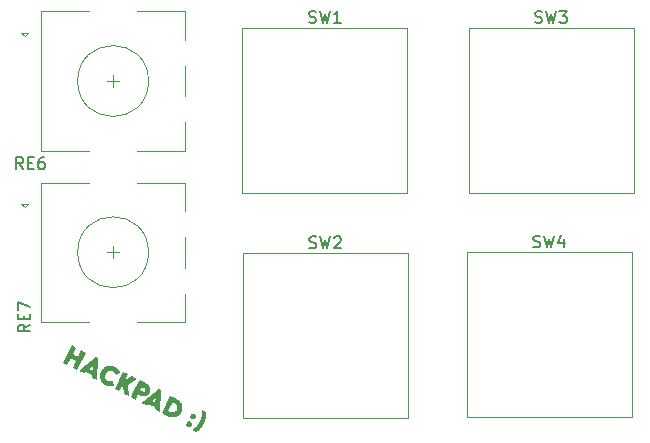
<source format=gbr>
%TF.GenerationSoftware,KiCad,Pcbnew,8.0.6*%
%TF.CreationDate,2024-10-21T22:58:36-05:00*%
%TF.ProjectId,HackPad,4861636b-5061-4642-9e6b-696361645f70,rev?*%
%TF.SameCoordinates,Original*%
%TF.FileFunction,Legend,Top*%
%TF.FilePolarity,Positive*%
%FSLAX46Y46*%
G04 Gerber Fmt 4.6, Leading zero omitted, Abs format (unit mm)*
G04 Created by KiCad (PCBNEW 8.0.6) date 2024-10-21 22:58:36*
%MOMM*%
%LPD*%
G01*
G04 APERTURE LIST*
%ADD10C,0.100000*%
%ADD11C,0.150000*%
%ADD12C,0.120000*%
G04 APERTURE END LIST*
D10*
G36*
X109317356Y-67797708D02*
G01*
X109040589Y-68340893D01*
X108602843Y-68117849D01*
X108879609Y-67574665D01*
X108488542Y-67375407D01*
X107743402Y-68837826D01*
X108134469Y-69037085D01*
X108416558Y-68483454D01*
X108854304Y-68706497D01*
X108572216Y-69260128D01*
X108962303Y-69458887D01*
X109707443Y-67996468D01*
X109317356Y-67797708D01*
G37*
G36*
X110739424Y-68484048D02*
G01*
X110663998Y-70325944D01*
X110235392Y-70107558D01*
X110249937Y-69896633D01*
X109699897Y-69616373D01*
X109536499Y-69751454D01*
X109108871Y-69533567D01*
X109286698Y-69392797D01*
X109968830Y-69392797D01*
X110271434Y-69546981D01*
X110298424Y-69121181D01*
X109968830Y-69392797D01*
X109286698Y-69392797D01*
X110554010Y-68389575D01*
X110739424Y-68484048D01*
G37*
G36*
X111392198Y-70749612D02*
G01*
X111476504Y-70787465D01*
X111561197Y-70815791D01*
X111645865Y-70835105D01*
X111730100Y-70845918D01*
X111813488Y-70848746D01*
X111895620Y-70844100D01*
X111976085Y-70832495D01*
X112054471Y-70814444D01*
X111983372Y-70402810D01*
X111905263Y-70419978D01*
X111827514Y-70428553D01*
X111750881Y-70427343D01*
X111676118Y-70415155D01*
X111603979Y-70390794D01*
X111580646Y-70379763D01*
X111506815Y-70332410D01*
X111443759Y-70272149D01*
X111392994Y-70201363D01*
X111356039Y-70122435D01*
X111334411Y-70037748D01*
X111329629Y-69949685D01*
X111343211Y-69860628D01*
X111376674Y-69772961D01*
X111427258Y-69694856D01*
X111490528Y-69631280D01*
X111563990Y-69582747D01*
X111645153Y-69549770D01*
X111731525Y-69532861D01*
X111820612Y-69532533D01*
X111909922Y-69549300D01*
X111996964Y-69583674D01*
X112065602Y-69628109D01*
X112127718Y-69686805D01*
X112174493Y-69746287D01*
X112214176Y-69812325D01*
X112245706Y-69883110D01*
X112614823Y-69714691D01*
X112581901Y-69633687D01*
X112541798Y-69556449D01*
X112495176Y-69483608D01*
X112442696Y-69415796D01*
X112385020Y-69353643D01*
X112322808Y-69297781D01*
X112256723Y-69248840D01*
X112187426Y-69207451D01*
X112100756Y-69168172D01*
X112013094Y-69137865D01*
X111924974Y-69116373D01*
X111836933Y-69103540D01*
X111749506Y-69099208D01*
X111663228Y-69103222D01*
X111578637Y-69115426D01*
X111496267Y-69135661D01*
X111416654Y-69163773D01*
X111340333Y-69199604D01*
X111267841Y-69242998D01*
X111199713Y-69293799D01*
X111136484Y-69351850D01*
X111078691Y-69416994D01*
X111026870Y-69489075D01*
X110981555Y-69567937D01*
X110942542Y-69655539D01*
X110914107Y-69743582D01*
X110895829Y-69831578D01*
X110887291Y-69919041D01*
X110888074Y-70005483D01*
X110897760Y-70090417D01*
X110915930Y-70173356D01*
X110942165Y-70253812D01*
X110976048Y-70331298D01*
X111017160Y-70405327D01*
X111065082Y-70475412D01*
X111119395Y-70541064D01*
X111179682Y-70601798D01*
X111245524Y-70657125D01*
X111316502Y-70706559D01*
X111392198Y-70749612D01*
G37*
G36*
X113367842Y-71703621D02*
G01*
X113242610Y-70696154D01*
X114057162Y-70212760D01*
X113607664Y-69983729D01*
X112987958Y-70355056D01*
X113265889Y-69809586D01*
X112875801Y-69610827D01*
X112130661Y-71073246D01*
X112520749Y-71272006D01*
X112804002Y-70716090D01*
X112893535Y-71461950D01*
X113367842Y-71703621D01*
G37*
G36*
X114809917Y-70596308D02*
G01*
X114864796Y-70627589D01*
X114939423Y-70682540D01*
X115004320Y-70745904D01*
X115058923Y-70816313D01*
X115102667Y-70892394D01*
X115134989Y-70972778D01*
X115155324Y-71056092D01*
X115163110Y-71140967D01*
X115157781Y-71226032D01*
X115138774Y-71309916D01*
X115105526Y-71391247D01*
X115076274Y-71441602D01*
X115023348Y-71509483D01*
X114960827Y-71567729D01*
X114890129Y-71615830D01*
X114812673Y-71653275D01*
X114729878Y-71679553D01*
X114643164Y-71694152D01*
X114553949Y-71696562D01*
X114463653Y-71686273D01*
X114373694Y-71662773D01*
X114285491Y-71625551D01*
X114119990Y-71541224D01*
X113899275Y-71974400D01*
X113508208Y-71775142D01*
X113811352Y-71180189D01*
X114303946Y-71180189D01*
X114468948Y-71265495D01*
X114527805Y-71287285D01*
X114603024Y-71290141D01*
X114675797Y-71260816D01*
X114727171Y-71200933D01*
X114743183Y-71150756D01*
X114735329Y-71074660D01*
X114691927Y-71005577D01*
X114625960Y-70957342D01*
X114460459Y-70873015D01*
X114303946Y-71180189D01*
X113811352Y-71180189D01*
X114253348Y-70312722D01*
X114809917Y-70596308D01*
G37*
G36*
X116034166Y-71181854D02*
G01*
X115958741Y-73023750D01*
X115530134Y-72805364D01*
X115544679Y-72594439D01*
X114994640Y-72314180D01*
X114831241Y-72449260D01*
X114403614Y-72231374D01*
X114581442Y-72090603D01*
X115263573Y-72090603D01*
X115566176Y-72244787D01*
X115593167Y-71818987D01*
X115263573Y-72090603D01*
X114581442Y-72090603D01*
X115848752Y-71087381D01*
X116034166Y-71181854D01*
G37*
G36*
X117336607Y-71870563D02*
G01*
X117426650Y-71920107D01*
X117508688Y-71973703D01*
X117582633Y-72031119D01*
X117648394Y-72092125D01*
X117705884Y-72156488D01*
X117755015Y-72223978D01*
X117795696Y-72294364D01*
X117827840Y-72367413D01*
X117851358Y-72442894D01*
X117866160Y-72520577D01*
X117872160Y-72600230D01*
X117869266Y-72681621D01*
X117857392Y-72764520D01*
X117836447Y-72848694D01*
X117806344Y-72933913D01*
X117766994Y-73019946D01*
X117720857Y-73101692D01*
X117669924Y-73175514D01*
X117614433Y-73241352D01*
X117554622Y-73299146D01*
X117490726Y-73348835D01*
X117422983Y-73390361D01*
X117351631Y-73423663D01*
X117276906Y-73448681D01*
X117199046Y-73465356D01*
X117118287Y-73473627D01*
X117034867Y-73473435D01*
X116949022Y-73464719D01*
X116860991Y-73447421D01*
X116771009Y-73421480D01*
X116679315Y-73386835D01*
X116586145Y-73343429D01*
X116105309Y-73098430D01*
X116194024Y-72924316D01*
X116673872Y-72924316D01*
X116767232Y-72971886D01*
X116767065Y-72972212D01*
X116791456Y-72984129D01*
X116863409Y-73013213D01*
X116955923Y-73036574D01*
X117043624Y-73042525D01*
X117125525Y-73031297D01*
X117200643Y-73003121D01*
X117267993Y-72958227D01*
X117326589Y-72896846D01*
X117375447Y-72819209D01*
X117395112Y-72775995D01*
X117420096Y-72690636D01*
X117426257Y-72607478D01*
X117413966Y-72527451D01*
X117383591Y-72451484D01*
X117335502Y-72380509D01*
X117270068Y-72315455D01*
X117209832Y-72271110D01*
X117140203Y-72231012D01*
X117050434Y-72185272D01*
X116673872Y-72924316D01*
X116194024Y-72924316D01*
X116855272Y-71626544D01*
X117336607Y-71870563D01*
G37*
G36*
X118674019Y-73607508D02*
G01*
X118746287Y-73631976D01*
X118819902Y-73635046D01*
X118900936Y-73613495D01*
X118969323Y-73567047D01*
X119011964Y-73509143D01*
X119035425Y-73428315D01*
X119028847Y-73345555D01*
X118995004Y-73268448D01*
X118946396Y-73212604D01*
X118893403Y-73176943D01*
X118820931Y-73152273D01*
X118747338Y-73149052D01*
X118666403Y-73170642D01*
X118597960Y-73217537D01*
X118554958Y-73276287D01*
X118531286Y-73357350D01*
X118537860Y-73439776D01*
X118571875Y-73516351D01*
X118620744Y-73571860D01*
X118674019Y-73607508D01*
G37*
G36*
X118339870Y-74263312D02*
G01*
X118412126Y-74287804D01*
X118485727Y-74290902D01*
X118566786Y-74269303D01*
X118635291Y-74222622D01*
X118678148Y-74164294D01*
X118701299Y-74083802D01*
X118694508Y-74000952D01*
X118660637Y-73923605D01*
X118612222Y-73867649D01*
X118559586Y-73832094D01*
X118487315Y-73807632D01*
X118413677Y-73804607D01*
X118332564Y-73826311D01*
X118264014Y-73873080D01*
X118221142Y-73931438D01*
X118197629Y-74012189D01*
X118204116Y-74094786D01*
X118237933Y-74171748D01*
X118286648Y-74227561D01*
X118339870Y-74263312D01*
G37*
G36*
X118997163Y-74703481D02*
G01*
X119083450Y-74656782D01*
X119165304Y-74603139D01*
X119242655Y-74543470D01*
X119315434Y-74478695D01*
X119383571Y-74409730D01*
X119446997Y-74337495D01*
X119505643Y-74262906D01*
X119559439Y-74186883D01*
X119608317Y-74110342D01*
X119652206Y-74034203D01*
X119678660Y-73984120D01*
X119715812Y-73907090D01*
X119750830Y-73825483D01*
X119783007Y-73739871D01*
X119811640Y-73650829D01*
X119836023Y-73558930D01*
X119855451Y-73464749D01*
X119869219Y-73368858D01*
X119876622Y-73271832D01*
X119876954Y-73174246D01*
X119869512Y-73076671D01*
X119859883Y-73011912D01*
X119548466Y-72853237D01*
X119550283Y-72941306D01*
X119545346Y-73033855D01*
X119534376Y-73129417D01*
X119518095Y-73226523D01*
X119497224Y-73323705D01*
X119472485Y-73419496D01*
X119444599Y-73512427D01*
X119414289Y-73601031D01*
X119382274Y-73683839D01*
X119349278Y-73759384D01*
X119327092Y-73804987D01*
X119289919Y-73873250D01*
X119245722Y-73945960D01*
X119195278Y-74021650D01*
X119139368Y-74098856D01*
X119078770Y-74176114D01*
X119014264Y-74251957D01*
X118946627Y-74324920D01*
X118876640Y-74393539D01*
X118805081Y-74456348D01*
X118732730Y-74511883D01*
X118684440Y-74544141D01*
X118997163Y-74703481D01*
G37*
D11*
X147586667Y-59033200D02*
X147729524Y-59080819D01*
X147729524Y-59080819D02*
X147967619Y-59080819D01*
X147967619Y-59080819D02*
X148062857Y-59033200D01*
X148062857Y-59033200D02*
X148110476Y-58985580D01*
X148110476Y-58985580D02*
X148158095Y-58890342D01*
X148158095Y-58890342D02*
X148158095Y-58795104D01*
X148158095Y-58795104D02*
X148110476Y-58699866D01*
X148110476Y-58699866D02*
X148062857Y-58652247D01*
X148062857Y-58652247D02*
X147967619Y-58604628D01*
X147967619Y-58604628D02*
X147777143Y-58557009D01*
X147777143Y-58557009D02*
X147681905Y-58509390D01*
X147681905Y-58509390D02*
X147634286Y-58461771D01*
X147634286Y-58461771D02*
X147586667Y-58366533D01*
X147586667Y-58366533D02*
X147586667Y-58271295D01*
X147586667Y-58271295D02*
X147634286Y-58176057D01*
X147634286Y-58176057D02*
X147681905Y-58128438D01*
X147681905Y-58128438D02*
X147777143Y-58080819D01*
X147777143Y-58080819D02*
X148015238Y-58080819D01*
X148015238Y-58080819D02*
X148158095Y-58128438D01*
X148491429Y-58080819D02*
X148729524Y-59080819D01*
X148729524Y-59080819D02*
X148920000Y-58366533D01*
X148920000Y-58366533D02*
X149110476Y-59080819D01*
X149110476Y-59080819D02*
X149348572Y-58080819D01*
X150158095Y-58414152D02*
X150158095Y-59080819D01*
X149920000Y-58033200D02*
X149681905Y-58747485D01*
X149681905Y-58747485D02*
X150300952Y-58747485D01*
X104954819Y-65619047D02*
X104478628Y-65952380D01*
X104954819Y-66190475D02*
X103954819Y-66190475D01*
X103954819Y-66190475D02*
X103954819Y-65809523D01*
X103954819Y-65809523D02*
X104002438Y-65714285D01*
X104002438Y-65714285D02*
X104050057Y-65666666D01*
X104050057Y-65666666D02*
X104145295Y-65619047D01*
X104145295Y-65619047D02*
X104288152Y-65619047D01*
X104288152Y-65619047D02*
X104383390Y-65666666D01*
X104383390Y-65666666D02*
X104431009Y-65714285D01*
X104431009Y-65714285D02*
X104478628Y-65809523D01*
X104478628Y-65809523D02*
X104478628Y-66190475D01*
X104431009Y-65190475D02*
X104431009Y-64857142D01*
X104954819Y-64714285D02*
X104954819Y-65190475D01*
X104954819Y-65190475D02*
X103954819Y-65190475D01*
X103954819Y-65190475D02*
X103954819Y-64714285D01*
X103954819Y-64380951D02*
X103954819Y-63714285D01*
X103954819Y-63714285D02*
X104954819Y-64142856D01*
X104380952Y-52454819D02*
X104047619Y-51978628D01*
X103809524Y-52454819D02*
X103809524Y-51454819D01*
X103809524Y-51454819D02*
X104190476Y-51454819D01*
X104190476Y-51454819D02*
X104285714Y-51502438D01*
X104285714Y-51502438D02*
X104333333Y-51550057D01*
X104333333Y-51550057D02*
X104380952Y-51645295D01*
X104380952Y-51645295D02*
X104380952Y-51788152D01*
X104380952Y-51788152D02*
X104333333Y-51883390D01*
X104333333Y-51883390D02*
X104285714Y-51931009D01*
X104285714Y-51931009D02*
X104190476Y-51978628D01*
X104190476Y-51978628D02*
X103809524Y-51978628D01*
X104809524Y-51931009D02*
X105142857Y-51931009D01*
X105285714Y-52454819D02*
X104809524Y-52454819D01*
X104809524Y-52454819D02*
X104809524Y-51454819D01*
X104809524Y-51454819D02*
X105285714Y-51454819D01*
X106142857Y-51454819D02*
X105952381Y-51454819D01*
X105952381Y-51454819D02*
X105857143Y-51502438D01*
X105857143Y-51502438D02*
X105809524Y-51550057D01*
X105809524Y-51550057D02*
X105714286Y-51692914D01*
X105714286Y-51692914D02*
X105666667Y-51883390D01*
X105666667Y-51883390D02*
X105666667Y-52264342D01*
X105666667Y-52264342D02*
X105714286Y-52359580D01*
X105714286Y-52359580D02*
X105761905Y-52407200D01*
X105761905Y-52407200D02*
X105857143Y-52454819D01*
X105857143Y-52454819D02*
X106047619Y-52454819D01*
X106047619Y-52454819D02*
X106142857Y-52407200D01*
X106142857Y-52407200D02*
X106190476Y-52359580D01*
X106190476Y-52359580D02*
X106238095Y-52264342D01*
X106238095Y-52264342D02*
X106238095Y-52026247D01*
X106238095Y-52026247D02*
X106190476Y-51931009D01*
X106190476Y-51931009D02*
X106142857Y-51883390D01*
X106142857Y-51883390D02*
X106047619Y-51835771D01*
X106047619Y-51835771D02*
X105857143Y-51835771D01*
X105857143Y-51835771D02*
X105761905Y-51883390D01*
X105761905Y-51883390D02*
X105714286Y-51931009D01*
X105714286Y-51931009D02*
X105666667Y-52026247D01*
X128626667Y-59113200D02*
X128769524Y-59160819D01*
X128769524Y-59160819D02*
X129007619Y-59160819D01*
X129007619Y-59160819D02*
X129102857Y-59113200D01*
X129102857Y-59113200D02*
X129150476Y-59065580D01*
X129150476Y-59065580D02*
X129198095Y-58970342D01*
X129198095Y-58970342D02*
X129198095Y-58875104D01*
X129198095Y-58875104D02*
X129150476Y-58779866D01*
X129150476Y-58779866D02*
X129102857Y-58732247D01*
X129102857Y-58732247D02*
X129007619Y-58684628D01*
X129007619Y-58684628D02*
X128817143Y-58637009D01*
X128817143Y-58637009D02*
X128721905Y-58589390D01*
X128721905Y-58589390D02*
X128674286Y-58541771D01*
X128674286Y-58541771D02*
X128626667Y-58446533D01*
X128626667Y-58446533D02*
X128626667Y-58351295D01*
X128626667Y-58351295D02*
X128674286Y-58256057D01*
X128674286Y-58256057D02*
X128721905Y-58208438D01*
X128721905Y-58208438D02*
X128817143Y-58160819D01*
X128817143Y-58160819D02*
X129055238Y-58160819D01*
X129055238Y-58160819D02*
X129198095Y-58208438D01*
X129531429Y-58160819D02*
X129769524Y-59160819D01*
X129769524Y-59160819D02*
X129960000Y-58446533D01*
X129960000Y-58446533D02*
X130150476Y-59160819D01*
X130150476Y-59160819D02*
X130388572Y-58160819D01*
X130721905Y-58256057D02*
X130769524Y-58208438D01*
X130769524Y-58208438D02*
X130864762Y-58160819D01*
X130864762Y-58160819D02*
X131102857Y-58160819D01*
X131102857Y-58160819D02*
X131198095Y-58208438D01*
X131198095Y-58208438D02*
X131245714Y-58256057D01*
X131245714Y-58256057D02*
X131293333Y-58351295D01*
X131293333Y-58351295D02*
X131293333Y-58446533D01*
X131293333Y-58446533D02*
X131245714Y-58589390D01*
X131245714Y-58589390D02*
X130674286Y-59160819D01*
X130674286Y-59160819D02*
X131293333Y-59160819D01*
X147746667Y-40033200D02*
X147889524Y-40080819D01*
X147889524Y-40080819D02*
X148127619Y-40080819D01*
X148127619Y-40080819D02*
X148222857Y-40033200D01*
X148222857Y-40033200D02*
X148270476Y-39985580D01*
X148270476Y-39985580D02*
X148318095Y-39890342D01*
X148318095Y-39890342D02*
X148318095Y-39795104D01*
X148318095Y-39795104D02*
X148270476Y-39699866D01*
X148270476Y-39699866D02*
X148222857Y-39652247D01*
X148222857Y-39652247D02*
X148127619Y-39604628D01*
X148127619Y-39604628D02*
X147937143Y-39557009D01*
X147937143Y-39557009D02*
X147841905Y-39509390D01*
X147841905Y-39509390D02*
X147794286Y-39461771D01*
X147794286Y-39461771D02*
X147746667Y-39366533D01*
X147746667Y-39366533D02*
X147746667Y-39271295D01*
X147746667Y-39271295D02*
X147794286Y-39176057D01*
X147794286Y-39176057D02*
X147841905Y-39128438D01*
X147841905Y-39128438D02*
X147937143Y-39080819D01*
X147937143Y-39080819D02*
X148175238Y-39080819D01*
X148175238Y-39080819D02*
X148318095Y-39128438D01*
X148651429Y-39080819D02*
X148889524Y-40080819D01*
X148889524Y-40080819D02*
X149080000Y-39366533D01*
X149080000Y-39366533D02*
X149270476Y-40080819D01*
X149270476Y-40080819D02*
X149508572Y-39080819D01*
X149794286Y-39080819D02*
X150413333Y-39080819D01*
X150413333Y-39080819D02*
X150080000Y-39461771D01*
X150080000Y-39461771D02*
X150222857Y-39461771D01*
X150222857Y-39461771D02*
X150318095Y-39509390D01*
X150318095Y-39509390D02*
X150365714Y-39557009D01*
X150365714Y-39557009D02*
X150413333Y-39652247D01*
X150413333Y-39652247D02*
X150413333Y-39890342D01*
X150413333Y-39890342D02*
X150365714Y-39985580D01*
X150365714Y-39985580D02*
X150318095Y-40033200D01*
X150318095Y-40033200D02*
X150222857Y-40080819D01*
X150222857Y-40080819D02*
X149937143Y-40080819D01*
X149937143Y-40080819D02*
X149841905Y-40033200D01*
X149841905Y-40033200D02*
X149794286Y-39985580D01*
X128586667Y-40033200D02*
X128729524Y-40080819D01*
X128729524Y-40080819D02*
X128967619Y-40080819D01*
X128967619Y-40080819D02*
X129062857Y-40033200D01*
X129062857Y-40033200D02*
X129110476Y-39985580D01*
X129110476Y-39985580D02*
X129158095Y-39890342D01*
X129158095Y-39890342D02*
X129158095Y-39795104D01*
X129158095Y-39795104D02*
X129110476Y-39699866D01*
X129110476Y-39699866D02*
X129062857Y-39652247D01*
X129062857Y-39652247D02*
X128967619Y-39604628D01*
X128967619Y-39604628D02*
X128777143Y-39557009D01*
X128777143Y-39557009D02*
X128681905Y-39509390D01*
X128681905Y-39509390D02*
X128634286Y-39461771D01*
X128634286Y-39461771D02*
X128586667Y-39366533D01*
X128586667Y-39366533D02*
X128586667Y-39271295D01*
X128586667Y-39271295D02*
X128634286Y-39176057D01*
X128634286Y-39176057D02*
X128681905Y-39128438D01*
X128681905Y-39128438D02*
X128777143Y-39080819D01*
X128777143Y-39080819D02*
X129015238Y-39080819D01*
X129015238Y-39080819D02*
X129158095Y-39128438D01*
X129491429Y-39080819D02*
X129729524Y-40080819D01*
X129729524Y-40080819D02*
X129920000Y-39366533D01*
X129920000Y-39366533D02*
X130110476Y-40080819D01*
X130110476Y-40080819D02*
X130348572Y-39080819D01*
X131253333Y-40080819D02*
X130681905Y-40080819D01*
X130967619Y-40080819D02*
X130967619Y-39080819D01*
X130967619Y-39080819D02*
X130872381Y-39223676D01*
X130872381Y-39223676D02*
X130777143Y-39318914D01*
X130777143Y-39318914D02*
X130681905Y-39366533D01*
D12*
%TO.C,SW4*%
X141935000Y-59515000D02*
X155905000Y-59515000D01*
X141935000Y-73485000D02*
X141935000Y-59515000D01*
X155905000Y-59515000D02*
X155905000Y-73485000D01*
X155905000Y-73485000D02*
X141935000Y-73485000D01*
%TO.C,RE7*%
X104200000Y-55400000D02*
X104800000Y-55400000D01*
X104500000Y-55700000D02*
X104200000Y-55400000D01*
X104800000Y-55400000D02*
X104500000Y-55700000D01*
X105900000Y-53600000D02*
X105900000Y-65400000D01*
X110000000Y-53600000D02*
X105900000Y-53600000D01*
X110000000Y-65400000D02*
X105900000Y-65400000D01*
X111500000Y-59500000D02*
X112500000Y-59500000D01*
X112000000Y-59000000D02*
X112000000Y-60000000D01*
X114000000Y-53600000D02*
X118100000Y-53600000D01*
X118100000Y-53600000D02*
X118100000Y-56000000D01*
X118100000Y-58200000D02*
X118100000Y-60800000D01*
X118100000Y-63000000D02*
X118100000Y-65400000D01*
X118100000Y-65400000D02*
X114000000Y-65400000D01*
X115000000Y-59500000D02*
G75*
G02*
X109000000Y-59500000I-3000000J0D01*
G01*
X109000000Y-59500000D02*
G75*
G02*
X115000000Y-59500000I3000000J0D01*
G01*
%TO.C,RE6*%
X104200000Y-40900000D02*
X104800000Y-40900000D01*
X104500000Y-41200000D02*
X104200000Y-40900000D01*
X104800000Y-40900000D02*
X104500000Y-41200000D01*
X105900000Y-39100000D02*
X105900000Y-50900000D01*
X110000000Y-39100000D02*
X105900000Y-39100000D01*
X110000000Y-50900000D02*
X105900000Y-50900000D01*
X111500000Y-45000000D02*
X112500000Y-45000000D01*
X112000000Y-44500000D02*
X112000000Y-45500000D01*
X114000000Y-39100000D02*
X118100000Y-39100000D01*
X118100000Y-39100000D02*
X118100000Y-41500000D01*
X118100000Y-43700000D02*
X118100000Y-46300000D01*
X118100000Y-48500000D02*
X118100000Y-50900000D01*
X118100000Y-50900000D02*
X114000000Y-50900000D01*
X115000000Y-45000000D02*
G75*
G02*
X109000000Y-45000000I-3000000J0D01*
G01*
X109000000Y-45000000D02*
G75*
G02*
X115000000Y-45000000I3000000J0D01*
G01*
%TO.C,SW2*%
X122975000Y-59595000D02*
X136945000Y-59595000D01*
X122975000Y-73565000D02*
X122975000Y-59595000D01*
X136945000Y-59595000D02*
X136945000Y-73565000D01*
X136945000Y-73565000D02*
X122975000Y-73565000D01*
%TO.C,SW3*%
X142095000Y-40515000D02*
X156065000Y-40515000D01*
X142095000Y-54485000D02*
X142095000Y-40515000D01*
X156065000Y-40515000D02*
X156065000Y-54485000D01*
X156065000Y-54485000D02*
X142095000Y-54485000D01*
%TO.C,SW1*%
X122935000Y-40515000D02*
X136905000Y-40515000D01*
X122935000Y-54485000D02*
X122935000Y-40515000D01*
X136905000Y-40515000D02*
X136905000Y-54485000D01*
X136905000Y-54485000D02*
X122935000Y-54485000D01*
%TD*%
M02*

</source>
